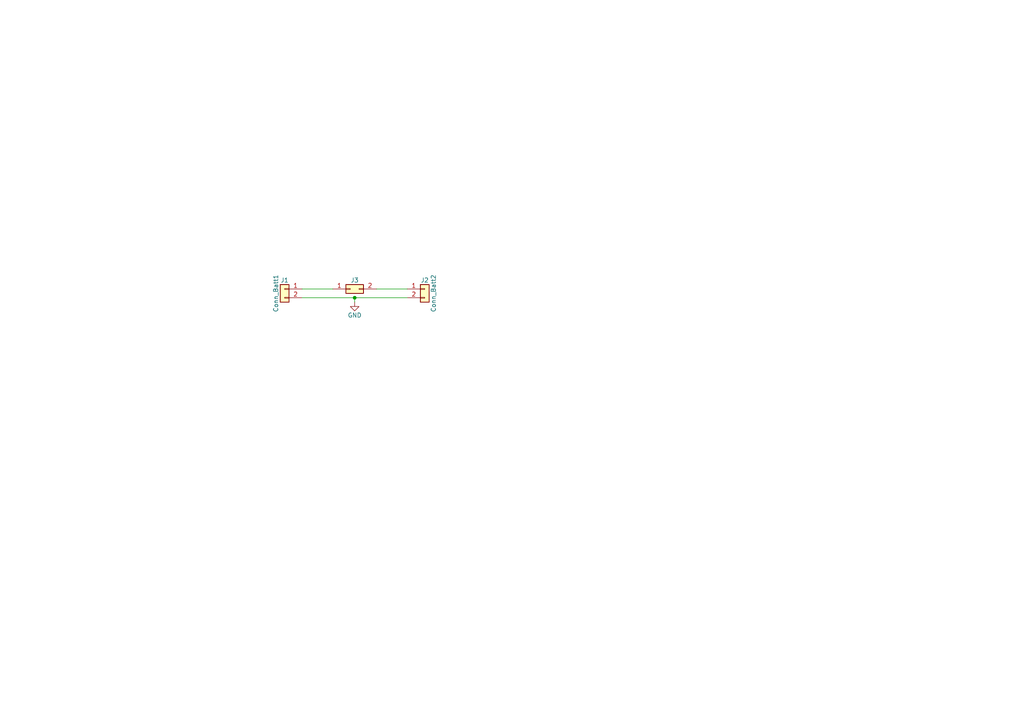
<source format=kicad_sch>
(kicad_sch (version 20220404) (generator eeschema)
  (paper "A4")
  (lib_symbols
    (symbol "Connector_Generic:Conn_01x02" (pin_names (offset 1.016) hide)
      (property "Reference" "J" (at 0 2.54 0))
      (property "Value" "Conn_01x02" (at 0 -5.08 0))
      (symbol "Conn_01x02_1_1"
        (rectangle (start -1.27 -2.413) (end 0 -2.667) (stroke (width 0.1524)))
        (rectangle (start -1.27 0.127) (end 0 -0.127) (stroke (width 0.1524)))
        (rectangle (start -1.27 1.27) (end 1.27 -3.81) (stroke (width 0.254)) (fill (type background)))
        (pin passive line (at -5.08 0 0) (length 3.81) (name "Pin_1") (number "1"))
        (pin passive line (at -5.08 -2.54 0) (length 3.81) (name "Pin_2") (number "2"))
      )
    )
    (symbol "Connector_Generic:Conn_02x01" (pin_names (offset 1.016) hide)
      (property "Reference" "J" (at 1.27 2.54 0))
      (property "Value" "Conn_02x01" (at 1.27 -2.54 0))
      (symbol "Conn_02x01_1_1"
        (rectangle (start -1.27 0.127) (end 0 -0.127) (stroke (width 0.1524)))
        (rectangle (start -1.27 1.27) (end 3.81 -1.27) (stroke (width 0.254)) (fill (type background)))
        (rectangle (start 3.81 0.127) (end 2.54 -0.127) (stroke (width 0.1524)))
        (pin passive line (at -5.08 0 0) (length 3.81) (name "Pin_1") (number "1"))
        (pin passive line (at 7.62 0 180) (length 3.81) (name "Pin_2") (number "2"))
      )
    )
    (symbol "power:GND" (power) (pin_names (offset 0))
      (property "Value" "GND" (at 0 -3.81 0))
      (symbol "GND_0_1"
        (polyline (pts (xy 0 0) (xy 0 -1.27) (xy 1.27 -1.27) (xy 0 -2.54) (xy -1.27 -1.27) (xy 0 -1.27)))
      )
      (symbol "GND_1_1"
        (pin power_in line (at 0 0 270) (length 0) hide (name "GND") (number "1"))
      )
    )
  )
  (junction (at 102.87 86.36))
  (wire (pts (xy 87.63 86.36) (xy 102.87 86.36)))
  (wire (pts (xy 87.63 83.82) (xy 96.52 83.82)))
  (wire (pts (xy 109.22 83.82) (xy 118.11 83.82)))
  (wire (pts (xy 102.87 86.36) (xy 102.87 87.63)))
  (wire (pts (xy 102.87 86.36) (xy 118.11 86.36)))
  (symbol (lib_id "Connector_Generic:Conn_01x02") (at 82.55 83.82 0) (mirror y) (unit 1)
    (default_instance (reference "U") (unit 1) (value "") (footprint ""))
    (property "Reference" "J1" (at 82.55 81.28 0))
    (property "Value" "Conn_Batt1" (at 80.01 85.09 90))
    (property "Footprint" "Connector_JST:JST_PH_S2B-PH-SM4-TB_1x02-1MP_P2.00mm_Horizontal" (effects hide))
    (property "LCSC" "C47647" (effects hide))
  )
  (symbol (lib_id "Connector_Generic:Conn_02x01") (at 101.6 83.82 0) (unit 1)
    (default_instance (reference "J") (unit 1) (value "Conn_02x01") (footprint ""))
    (property "Reference" "J3" (at 102.87 81.28 0))
    (property "Value" "Conn_Jumper" (effects hide))
    (property "Footprint" "Connector_PinHeader_2.54mm:PinHeader_1x02_P2.54mm_Vertical" (effects hide))
  )
  (symbol (lib_id "power:GND") (at 102.87 87.63 0) (unit 1)
    (default_instance (reference "#PWR") (unit 1) (value "GND") (footprint ""))
    (property "Reference" "#PWR02" (effects hide))
    (property "Value" "GND" (at 102.87 91.44 0))
  )
  (symbol (lib_id "Connector_Generic:Conn_01x02") (at 123.19 83.82 0) (unit 1)
    (default_instance (reference "U") (unit 1) (value "") (footprint ""))
    (property "Reference" "J2" (at 123.19 81.28 0))
    (property "Value" "Conn_Batt2" (at 125.73 85.09 90))
    (property "Footprint" "Connector_JST:JST_PH_S2B-PH-SM4-TB_1x02-1MP_P2.00mm_Horizontal" (effects hide))
    (property "LCSC" "C47647" (effects hide))
  )
)
</source>
